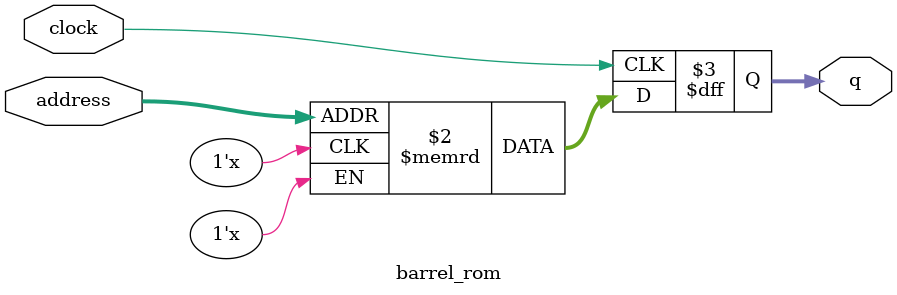
<source format=sv>
module barrel_rom (
	input logic clock,
	input logic [13:0] address,
	output logic [11:0] q
);

logic [11:0] memory [0:9999] /* synthesis ram_init_file = "./barrel/barrel.COE" */;

always_ff @ (posedge clock) begin
	q <= memory[address];
end

endmodule

</source>
